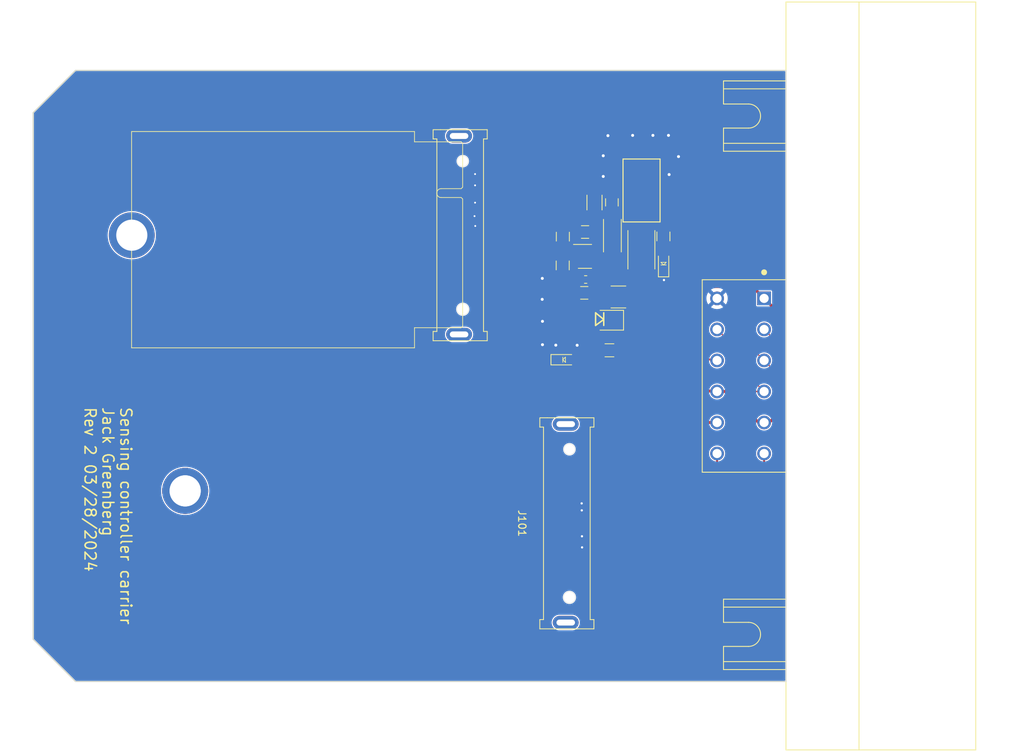
<source format=kicad_pcb>
(kicad_pcb (version 20221018) (generator pcbnew)
  (layers (0 "F.Cu" signal) (31 "B.Cu" signal) (34 "B.Paste" user) (35 "F.Paste" user) (36 "B.SilkS" user "B.Silkscreen") (37 "F.SilkS" user "F.Silkscreen") (38 "B.Mask" user) (39 "F.Mask" user) (44 "Edge.Cuts" user))
  (net 0 "")
  (net 1 "GND")
  (net 2 "Net-(D101-K)")
  (net 3 "Net-(U101-CB)")
  (net 4 "Net-(U101-SW)")
  (net 5 "Net-(COUT101-Pad1)")
  (net 6 "Net-(D102-A)")
  (net 7 "Net-(D103-A)")
  (net 9 "+5V")
  (net 10 "+BATT")
  (net 11 "/WS_B_L_SIG")
  (net 12 "/WS_B_R_SIG")
  (net 13 "/SUS_POT_B_L_SIG")
  (net 14 "/SUS_POT_B_R_SIG")
  (net 15 "/CAN_N")
  (net 16 "/CAN_P")
  (net 84 "/PUMP_SIGNAL")
  (net 91 "/FAN_POWER")
  (net 130 "Net-(U101-FB)")
  (footprint "footprints:Fuse_1210" (layer "F.Cu") (at 115.11246 92.1766)
    (fp_text reference "F101" hide)
    (fp_text value "F_500mA_16V" hide)
  )
  (footprint "footprints:R_2512_OEM" (layer "F.Cu") (at 118.2116 85.8012 90)
    (fp_text reference "R104" hide)
    (fp_text value "R_0_2512" hide)
  )
  (footprint "footprints:SOT-23-6_OEM" (layer "F.Cu") (at 110.59926 86.6951)
    (fp_text reference "U101" hide)
    (fp_text value "TPS560430YF" hide)
  )
  (footprint "footprints:R_0805_OEM" (layer "F.Cu") (at 121.1834 83.9978 -90)
    (fp_text reference "R105" hide)
    (fp_text value "R_200" hide)
  )
  (footprint "footprints:R_0805_OEM" (layer "F.Cu") (at 107.59694 87.91448 -90)
    (fp_text reference "R102" hide)
    (fp_text value "R_25K" hide)
  )
  (footprint "footprints:Fuse_1812" (layer "F.Cu") (at 118.23446 80.5434 90)
    (fp_text reference "COUT102" hide)
    (fp_text value "C_33uF" hide)
  )
  (footprint "footprints:C_0805_OEM" (layer "F.Cu") (at 114.23396 79.4004 90)
    (fp_text reference "COUT103" hide)
    (fp_text value "C_47uF" hide)
  )
  (footprint "footprints:DO-214AA" (layer "F.Cu") (at 112.63246 95.3167 180)
    (fp_text reference "D101" hide)
    (fp_text value "D_Zener_18V" hide)
  )
  (footprint "footprints:LED_0805_OEM" (layer "F.Cu") (at 121.2088 87.6554 90)
    (fp_text reference "D103" hide)
    (fp_text value "LED_0805" hide)
  )
  (footprint "footprints:C_1206_OEM" (layer "F.Cu") (at 111.88446 79.4244 90)
    (fp_text reference "COUT101" hide)
    (fp_text value "C_22uF" hide)
  )
  (footprint "footprints:LED_0805_OEM" (layer "F.Cu") (at 107.80646 100.6507)
    (fp_text reference "D102" hide)
    (fp_text value "LED_0805" hide)
  )
  (footprint "footprints:C_0805_OEM" (layer "F.Cu") (at 110.61446 83.4009)
    (fp_text reference "C103" hide)
    (fp_text value "C_0.1uF" hide)
  )
  (footprint "footprints:R_0805_OEM" (layer "F.Cu") (at 107.61218 84.02828 -90)
    (fp_text reference "R103" hide)
    (fp_text value "R_100K" hide)
  )
  (footprint "footprints:C_0805_OEM" (layer "F.Cu") (at 110.50346 91.62034 180)
    (fp_text reference "C101" hide)
    (fp_text value "C_0.1uF" hide)
  )
  (footprint "footprints:C_0603_1608Metric" (layer "F.Cu") (at 110.69396 89.8144 180)
    (fp_text reference "C102" hide)
    (fp_text value "C_2.2uF")
  )
  (footprint "footprints:L_100uH_OEM" (layer "F.Cu") (at 114.3 83.896 90)
    (fp_text reference "L101" hide)
    (fp_text value "L_100uH" hide)
  )
  (footprint "footprints:R_0805_OEM" (layer "F.Cu") (at 113.90246 99.3807 180)
    (fp_text reference "R101" hide)
    (fp_text value "R_1K" hide)
  )
  (footprint "footprints:TE_EEC-325X4B" (layer "F.Cu") (at 137.7266 102.8446 90)
    (fp_text reference "REF**" hide)
    (fp_text value "TE_EEC-325X4B")
    (fp_line (start -41.275 -95.885) (end -41.275 0) (stroke (width 0.12)) (layer "Edge.Cuts"))
    (fp_line (start -41.275 0) (end 41.275 0) (stroke (width 0.12)) (layer "Edge.Cuts"))
    (fp_line (start -35.56 -101.6) (end -41.275 -95.885) (stroke (width 0.12)) (layer "Edge.Cuts"))
    (fp_line (start 35.56 -101.6) (end -35.56 -101.6) (stroke (width 0.12)) (layer "Edge.Cuts"))
    (fp_line (start 41.275 -95.885) (end 35.56 -101.6) (stroke (width 0.12)) (layer "Edge.Cuts"))
    (fp_line (start 41.275 0) (end 41.275 -95.885) (stroke (width 0.12)) (layer "Edge.Cuts"))
  )
  (footprint "" (layer "F.Cu") (at 56.642 118.364)
    (fp_text reference "")
    (fp_text value "")
  )
  (footprint "footprints:TE_DTM13-12PA-R008" (layer "F.Cu") (at 132.8166 102.8446 90)
    (fp_text reference "J1" hide)
    (fp_text value "Conn_02x06_Counter_Clockwise")
  )
  (footprint "footprints:M.2_ScrewMount" (layer "F.Cu") (at 49.437798 83.832954)
    (fp_text reference "REF**" hide)
    (fp_text value "M.2_ScrewMount")
  )
  (footprint "footprints:Automotive_M.2" (layer "F.Cu") (at 94.108398 83.832954 -90)
    (fp_text reference "J2" hide)
    (fp_text value "Automotive_M.2")
    (fp_circle (center -10 0) (end -9.25 0) (stroke (width 0.05)) (fill none) (layer "Edge.Cuts"))
    (fp_circle (center 10 0) (end 10.8 0) (stroke (width 0.05)) (fill none) (layer "Edge.Cuts"))
  )
  (footprint "footprints:Automotive_M.2" (layer "F.Cu") (at 108.503199 122.746247 -90)
    (fp_text reference "J101")
    (fp_text value "Automotive_M.2")
    (fp_circle (center -10 0) (end -9.25 0) (stroke (width 0.05)) (fill none) (layer "Edge.Cuts"))
    (fp_circle (center 10 0) (end 10.8 0) (stroke (width 0.05)) (fill none) (layer "Edge.Cuts"))
  )
  (footprint "footprints:M.2_ScrewMount" (layer "F.Cu") (at 56.642 118.364)
    (fp_text reference "REF**" hide)
    (fp_text value "M.2_ScrewMount")
  )
  (gr_line (start 91.193366 77.54747) (end 93.893386 77.54747) (stroke (width 0.1)) (layer "F.SilkS"))
  (gr_line (start 93.893386 71.222362) (end 87.593424 71.222362) (stroke (width 0.1)) (layer "F.SilkS"))
  (gr_line (start 94.093284 71.422514) (end 94.093284 77.347318) (stroke (width 0.1)) (layer "F.SilkS"))
  (gr_line (start 93.893386 71.222362) (end 94.093284 71.422514) (stroke (width 0.1)) (layer "F.SilkS"))
  (gr_line (start 93.893386 96.322388) (end 87.593424 96.322388) (stroke (width 0.1)) (layer "F.SilkS"))
  (gr_line (start 87.593424 69.837554) (end 87.593424 71.222362) (stroke (width 0.1)) (layer "F.SilkS"))
  (gr_arc (start 91.193366 78.747417) (mid 90.593435 78.147454) (end 91.193366 77.547419) (stroke (width 0.1)) (layer "F.SilkS"))
  (gr_line (start 93.893386 77.54747) (end 94.093284 77.347318) (stroke (width 0.1)) (layer "F.SilkS"))
  (gr_line (start 93.893386 96.322388) (end 94.093284 96.12249) (stroke (width 0.1)) (layer "F.SilkS"))
  (gr_line (start 49.412398 69.837554) (end 87.593424 69.837554) (stroke (width 0.1)) (layer "F.SilkS"))
  (gr_line (start 91.193366 78.747366) (end 93.893386 78.747366) (stroke (width 0.1)) (layer "F.SilkS"))
  (gr_line (start 87.593424 99.047554) (end 49.412398 99.047554) (stroke (width 0.1)) (layer "F.SilkS"))
  (gr_line (start 93.893386 78.747366) (end 94.093284 78.947264) (stroke (width 0.1)) (layer "F.SilkS"))
  (gr_line (start 87.593424 96.322388) (end 87.593424 99.047554) (stroke (width 0.1)) (layer "F.SilkS"))
  (gr_line (start 49.412398 99.047554) (end 49.412398 69.837554) (stroke (width 0.1)) (layer "F.SilkS"))
  (gr_line (start 94.093284 78.947264) (end 94.093284 96.12249) (stroke (width 0.1)) (layer "F.SilkS"))
  (gr_text "Sensing controller carrier\nJack Greenberg\nRev 2 03/28/2024" (at 46.228 106.934 270) (layer "F.SilkS") (effects (font (size 1.5 1.5) (thickness 0.2032)) (justify left)))
  (segment (start 106.70646 98.72832) (end 106.66222 98.68408) (width 0.254) (layer "F.Cu") (net 1))
  (segment (start 121.2596 89.8906) (end 121.2596 88.8062) (width 0.254) (layer "F.Cu") (net 1))
  (segment (start 95.692074 81.257201) (end 95.866321 81.082954) (width 0.254) (layer "F.Cu") (net 1))
  (segment (start 106.70646 100.6507) (end 106.70646 98.72832) (width 0.254) (layer "F.Cu") (net 1))
  (segment (start 114.35896 78.4004) (end 117.49596 75.2634) (width 0.254) (layer "F.Cu") (net 1))
  (segment (start 110.60046 97.6389) (end 109.54258 98.69678) (width 0.254) (layer "F.Cu") (net 1))
  (segment (start 95.911598 79.582954) (end 97.108398 79.582954) (width 0.254) (layer "F.Cu") (net 1))
  (segment (start 104.8258 95.4278) (end 104.8639 95.4659) (width 0.381) (layer "F.Cu") (net 1))
  (segment (start 108.86904 88.86448) (end 109.69396 89.6894) (width 0.254) (layer "F.Cu") (net 1))
  (segment (start 97.108398 82.582954) (end 95.798198 82.582954) (width 0.254) (layer "F.Cu") (net 1))
  (segment (start 110.60046 96.1149) (end 110.60046 95.3167) (width 0.381) (layer "F.Cu") (net 1))
  (segment (start 95.772398 75.582954) (end 95.767398 75.577954) (width 0.254) (layer "F.Cu") (net 1))
  (segment (start 110.152273 120.054633) (end 110.210659 119.996247) (width 0.254) (layer "F.Cu") (net 1))
  (segment (start 110.167399 120.996247) (end 111.503199 120.996247) (width 0.254) (layer "F.Cu") (net 1))
  (segment (start 110.308661 88.320699) (end 110.308661 86.720501) (width 0.254) (layer "F.Cu") (net 1))
  (segment (start 97.108398 75.582954) (end 95.772398 75.582954) (width 0.254) (layer "F.Cu") (net 1))
  (segment (start 113.75796 77.9244) (end 114.23396 78.4004) (width 0.254) (layer "F.Cu") (net 1))
  (segment (start 97.108398 77.082954) (end 95.786398 77.082954) (width 0.254) (layer "F.Cu") (net 1))
  (segment (start 106.59872 98.62058) (end 106.66222 98.68408) (width 0.381) (layer "F.Cu") (net 1))
  (segment (start 95.786398 77.082954) (end 95.767398 77.101954) (width 0.254) (layer "F.Cu") (net 1))
  (segment (start 95.798198 82.582954) (end 95.792798 82.588354) (width 0.254) (layer "F.Cu") (net 1))
  (segment (start 95.866321 81.082954) (end 97.108398 81.082954) (width 0.254) (layer "F.Cu") (net 1))
  (segment (start 110.210078 125.996247) (end 111.503199 125.996247) (width 0.254) (layer "F.Cu") (net 1))
  (segment (start 109.69396 89.6894) (end 109.69396 89.8144) (width 0.254) (layer "F.Cu") (net 1))
  (segment (start 110.29696 96.6089) (end 110.29696 95.6202) (width 0.1524) (layer "F.Cu") (net 1))
  (segment (start 109.69396 89.8144) (end 109.69396 88.9354) (width 0.254) (layer "F.Cu") (net 1))
  (segment (start 114.23396 78.4004) (end 114.35896 78.4004) (width 0.254) (layer "F.Cu") (net 1))
  (segment (start 111.88446 77.9244) (end 113.75796 77.9244) (width 0.254) (layer "F.Cu") (net 1))
  (segment (start 109.69396 88.9354) (end 110.308661 88.320699) (width 0.254) (layer "F.Cu") (net 1))
  (segment (start 107.59694 88.86448) (end 105.6411 88.86448) (width 0.254) (layer "F.Cu") (net 1))
  (segment (start 109.99714 91.62034) (end 109.99714 90.11758) (width 0.254) (layer "F.Cu") (net 1))
  (segment (start 109.99714 90.11758) (end 109.69396 89.8144) (width 0.254) (layer "F.Cu") (net 1))
  (segment (start 107.59694 88.86448) (end 108.86904 88.86448) (width 0.254) (layer "F.Cu") (net 1))
  (segment (start 110.192799 124.496247) (end 111.503199 124.496247) (width 0.254) (layer "F.Cu") (net 1))
  (segment (start 121.8692 70.35292) (end 121.9708 70.25132) (width 0.25) (layer "F.Cu") (net 1))
  (segment (start 121.2596 88.8062) (end 121.2088 88.7554) (width 0.254) (layer "F.Cu") (net 1))
  (segment (start 117.49596 75.2634) (end 118.23446 75.2634) (width 0.254) (layer "F.Cu") (net 1))
  (segment (start 110.308661 86.720501) (end 110.28326 86.6951) (width 0.254) (layer "F.Cu") (net 1))
  (segment (start 110.28326 86.6951) (end 109.49926 86.6951) (width 0.254) (layer "F.Cu") (net 1))
  (segment (start 110.210659 119.996247) (end 111.503199 119.996247) (width 0.254) (layer "F.Cu") (net 1))
  (segment (start 110.29696 95.6202) (end 110.60046 95.3167) (width 0.1524) (layer "F.Cu") (net 1))
  (segment (start 95.767398 79.438754) (end 95.911598 79.582954) (width 0.254) (layer "F.Cu") (net 1))
  (segment (start 105.6411 88.86448) (end 104.8385 89.66708) (width 0.254) (layer "F.Cu") (net 1))
  (segment (start 110.60046 95.3167) (end 110.60046 97.6389) (width 0.254) (layer "F.Cu") (net 1))
  (segment (start 110.209956 125.996125) (end 110.210078 125.996247) (width 0.254) (layer "F.Cu") (net 1))
  (via (at 110.192799 124.496247) (size 0.6096) (drill 0.3048) (layers "F.Cu" "B.Cu") (net 1))
  (via (at 121.95546 75.6437) (size 0.8) (drill 0.4) (layers "F.Cu" "B.Cu") (net 1))
  (via (at 95.767398 77.101954) (size 0.6) (drill 0.25) (layers "F.Cu" "B.Cu") (net 1))
  (via (at 109.54258 98.69678) (size 0.8) (drill 0.4) (layers "F.Cu" "B.Cu") (net 1))
  (via (at 110.209956 125.996125) (size 0.6096) (drill 0.3048) (layers "F.Cu" "B.Cu") (net 1))
  (via (at 95.767398 75.577954) (size 0.6) (drill 0.25) (layers "F.Cu" "B.Cu") (net 1))
  (via (at 95.767398 79.438754) (size 0.6) (drill 0.25) (layers "F.Cu" "B.Cu") (net 1))
  (via (at 95.692074 81.257201) (size 0.6) (drill 0.25) (layers "F.Cu" "B.Cu") (net 1))
  (via (at 121.2596 89.8906) (size 0.6096) (drill 0.3048) (layers "F.Cu" "B.Cu") (net 1))
  (via (at 121.8692 70.35292) (size 0.8) (drill 0.4) (layers "F.Cu" "B.Cu") (net 1))
  (via (at 113.06546 75.8977) (size 0.8) (drill 0.4) (layers "F.Cu" "B.Cu") (net 1))
  (via (at 119.76862 70.35292) (size 0.8) (drill 0.4) (layers "F.Cu" "B.Cu") (net 1))
  (via (at 104.8639 95.4659) (size 0.8) (drill 0.4) (layers "F.Cu" "B.Cu") (net 1))
  (via (at 113.69802 70.38848) (size 0.8) (drill 0.4) (layers "F.Cu" "B.Cu") (net 1))
  (via (at 110.152273 120.054633) (size 0.6096) (drill 0.3048) (layers "F.Cu" "B.Cu") (net 1))
  (via (at 106.66222 98.68408) (size 0.8) (drill 0.4) (layers "F.Cu" "B.Cu") (net 1))
  (via (at 104.8258 92.49664) (size 0.8) (drill 0.4) (layers "F.Cu" "B.Cu") (net 1))
  (via (at 104.8639 98.62058) (size 0.8) (drill 0.4) (layers "F.Cu" "B.Cu") (net 1))
  (via (at 123.22302 73.21804) (size 0.8) (drill 0.4) (layers "F.Cu" "B.Cu") (net 1))
  (via (at 113.06546 73.1037) (size 0.8) (drill 0.4) (layers "F.Cu" "B.Cu") (net 1))
  (via (at 95.792798 82.588354) (size 0.6) (drill 0.25) (layers "F.Cu" "B.Cu") (net 1))
  (via (at 117.03304 70.35292) (size 0.8) (drill 0.4) (layers "F.Cu" "B.Cu") (net 1))
  (via (at 104.8385 89.66708) (size 0.8) (drill 0.4) (layers "F.Cu" "B.Cu") (net 1))
  (via (at 110.167399 120.996247) (size 0.6096) (drill 0.3048) (layers "F.Cu" "B.Cu") (net 1))
  (segment (start 110.152273 120.054633) (end 110.155257 120.054633) (width 0.254) (layer "B.Cu") (net 1))
  (segment (start 110.155257 120.054633) (end 110.156521 120.053369) (width 0.254) (layer "B.Cu") (net 1))
  (segment (start 109.52988 98.68408) (end 109.54258 98.69678) (width 0.381) (layer "B.Cu") (net 1))
  (segment (start 116.99748 70.38848) (end 117.03304 70.35292) (width 0.25) (layer "B.Cu") (net 1))
  (segment (start 121.8692 70.35292) (end 121.303515 70.35292) (width 0.25) (layer "B.Cu") (net 1))
  (segment (start 121.303515 70.35292) (end 121.300975 70.35038) (width 0.25) (layer "B.Cu") (net 1))
  (segment (start 106.66222 98.68408) (end 109.52988 98.68408) (width 0.381) (layer "B.Cu") (net 1))
  (segment (start 104.8639 96.031585) (end 104.8639 98.62058) (width 0.381) (layer "B.Cu") (net 1))
  (segment (start 104.8639 95.4659) (end 104.8639 96.031585) (width 0.381) (layer "B.Cu") (net 1))
  (segment (start 119.77116 70.35038) (end 119.76862 70.35292) (width 0.25) (layer "B.Cu") (net 1))
  (segment (start 104.8385 89.66708) (end 104.8385 92.48394) (width 0.381) (layer "B.Cu") (net 1))
  (segment (start 104.8385 92.48394) (end 104.8258 92.49664) (width 0.381) (layer "B.Cu") (net 1))
  (segment (start 111.69926 87.6451) (end 111.69926 86.6951) (width 0.381) (layer "F.Cu") (net 2))
  (segment (start 111.69396 89.8144) (end 111.69396 87.6504) (width 0.254) (layer "F.Cu") (net 2))
  (segment (start 114.41046 99.3807) (end 114.85246 99.3807) (width 0.254) (layer "F.Cu") (net 2))
  (segment (start 111.57214 92.19534) (end 111.57214 89.93622) (width 0.254) (layer "F.Cu") (net 2))
  (segment (start 114.66446 95.3167) (end 114.66446 95.1217) (width 0.381) (layer "F.Cu") (net 2))
  (segment (start 113.1062 91.62034) (end 113.66246 92.1766) (width 0.381) (layer "F.Cu") (net 2))
  (segment (start 112.63246 93.25566) (end 112.63246 97.6027) (width 0.254) (layer "F.Cu") (net 2))
  (segment (start 111.69396 87.6504) (end 111.69926 87.6451) (width 0.254) (layer "F.Cu") (net 2))
  (segment (start 114.66446 96.21018) (end 114.66446 95.3167) (width 0.381) (layer "F.Cu") (net 2))
  (segment (start 112.63246 93.25566) (end 111.57214 92.19534) (width 0.254) (layer "F.Cu") (net 2))
  (segment (start 112.63246 97.6027) (end 114.41046 99.3807) (width 0.254) (layer "F.Cu") (net 2))
  (segment (start 114.5286 96.58604) (end 114.66446 96.45018) (width 0.381) (layer "F.Cu") (net 2))
  (segment (start 114.66446 95.1217) (end 113.66246 94.1197) (width 0.381) (layer "F.Cu") (net 2))
  (segment (start 111.57214 89.93622) (end 111.69396 89.8144) (width 0.254) (layer "F.Cu") (net 2))
  (segment (start 113.66246 94.1197) (end 113.66246 92.1766) (width 0.381) (layer "F.Cu") (net 2))
  (segment (start 111.50346 91.62034) (end 113.1062 91.62034) (width 0.381) (layer "F.Cu") (net 2))
  (segment (start 114.4086 96.46604) (end 114.66446 96.21018) (width 0.381) (layer "F.Cu") (net 2))
  (segment (start 114.66446 96.45018) (end 114.66446 95.3167) (width 0.381) (layer "F.Cu") (net 2))
  (segment (start 109.49926 83.5161) (end 109.61446 83.4009) (width 0.254) (layer "F.Cu") (net 3))
  (segment (start 109.49926 85.7451) (end 109.49926 83.5161) (width 0.254) (layer "F.Cu") (net 3))
  (segment (start 114.3 85.496) (end 111.94836 85.496) (width 0.254) (layer "F.Cu") (net 4))
  (segment (start 111.69926 85.7451) (end 111.69926 83.4857) (width 0.254) (layer "F.Cu") (net 4))
  (segment (start 114.0509 85.7451) (end 114.3 85.496) (width 0.25) (layer "F.Cu") (net 4))
  (segment (start 111.94836 85.496) (end 111.69926 85.7451) (width 0.254) (layer "F.Cu") (net 4))
  (segment (start 111.69926 83.4857) (end 111.61446 83.4009) (width 0.254) (layer "F.Cu") (net 4))
  (segment (start 118.6549 83.1445) (end 121.0867 83.1445) (width 0.25) (layer "F.Cu") (net 5))
  (segment (start 111.88446 80.9244) (end 113.70996 80.9244) (width 0.254) (layer "F.Cu") (net 5))
  (segment (start 118.23446 82.67834) (end 118.23446 80.5434) (width 0.254) (layer "F.Cu") (net 5))
  (segment (start 109.16206 80.9244) (end 107.61218 82.47428) (width 0.254) (layer "F.Cu") (net 5))
  (segment (start 107.61218 82.47428) (end 107.61218 83.07828) (width 0.254) (layer "F.Cu") (net 5))
  (segment (start 118.23446 83.13942) (end 118.2116 83.11656) (width 0.25) (layer "F.Cu") (net 5))
  (segment (start 114.23396 80.4004) (end 118.09146 80.4004) (width 0.254) (layer "F.Cu") (net 5))
  (segment (start 114.3 80.46644) (end 114.23396 80.4004) (width 0.254) (layer "F.Cu") (net 5))
  (segment (start 118.2116 83.11656) (end 118.2116 82.7012) (width 0.25) (layer "F.Cu") (net 5))
  (segment (start 118.09222 80.40116) (end 118.23446 80.5434) (width 0.25) (layer "F.Cu") (net 5))
  (segment (start 118.2116 82.7012) (end 118.23446 82.67834) (width 0.254) (layer "F.Cu") (net 5))
  (segment (start 113.70996 80.9244) (end 114.23396 80.4004) (width 0.254) (layer "F.Cu") (net 5))
  (segment (start 111.88446 80.9244) (end 109.16206 80.9244) (width 0.254) (layer "F.Cu") (net 5))
  (segment (start 118.09146 80.4004) (end 118.23446 80.5434) (width 0.254) (layer "F.Cu") (net 5))
  (segment (start 121.0867 83.1445) (end 121.1834 83.0478) (width 0.25) (layer "F.Cu") (net 5))
  (segment (start 118.2116 82.7012) (end 118.6549 83.1445) (width 0.25) (layer "F.Cu") (net 5))
  (segment (start 107.61218 83.07828) (end 107.31218 83.07828) (width 0.25) (layer "F.Cu") (net 5))
  (segment (start 114.3 80.49006) (end 114.2111 80.40116) (width 0.25) (layer "F.Cu") (net 5))
  (segment (start 114.3 82.296) (end 114.3 80.46644) (width 0.254) (layer "F.Cu") (net 5))
  (segment (start 110.85446 100.6507) (end 108.90646 100.6507) (width 0.254) (layer "F.Cu") (net 6))
  (segment (start 112.95246 99.3807) (end 112.12446 99.3807) (width 0.254) (layer "F.Cu") (net 6))
  (segment (start 112.12446 99.3807) (end 110.85446 100.6507) (width 0.254) (layer "F.Cu") (net 6))
  (segment (start 121.1834 84.9478) (end 121.2088 84.9732) (width 0.254) (layer "F.Cu") (net 7))
  (segment (start 121.2088 84.9732) (end 121.2088 86.5554) (width 0.254) (layer "F.Cu") (net 7))
  (segment (start 115.1636 91.2368) (end 115.824 90.5764) (width 0.381) (layer "F.Cu") (net 9))
  (segment (start 124.0536 66.3956) (end 111.4044 66.3956) (width 0.381) (layer "F.Cu") (net 9))
  (segment (start 96.658398 73.582954) (end 95.550398 73.582954) (width 0.381) (layer "F.Cu") (net 9))
  (segment (start 113.169399 111.846247) (end 113.189999 111.825647) (width 0.381) (layer "F.Cu") (net 9))
  (segment (start 105.517046 72.282954) (end 96.658398 72.282954) (width 0.381) (layer "F.Cu") (net 9))
  (segment (start 122.047 90.5764) (end 126.2634 86.36) (width 0.381) (layer "F.Cu") (net 9))
  (segment (start 117.939799 107.075847) (end 113.824999 111.190647) (width 0.381) (layer "F.Cu") (net 9))
  (segment (start 118.2116 89.281) (end 118.2116 88.9012) (width 0.381) (layer "F.Cu") (net 9))
  (segment (start 95.586198 72.932954) (end 96.658398 72.932954) (width 0.381) (layer "F.Cu") (net 9))
  (segment (start 115.1636 93.16354) (end 115.1636 91.2368) (width 0.381) (layer "F.Cu") (net 9))
  (segment (start 90.287998 72.282954) (end 94.250398 72.282954) (width 0.381) (layer "F.Cu") (net 9))
  (segment (start 95.550398 73.582954) (end 94.250398 72.282954) (width 0.381) (layer "F.Cu") (net 9))
  (segment (start 126.2634 86.36) (end 126.2634 68.6054) (width 0.381) (layer "F.Cu") (net 9))
  (segment (start 128.4266 104.9396) (end 128.3636 104.8766) (width 0.381) (layer "F.Cu") (net 9))
  (segment (start 134.9248 94.0816) (end 116.08166 94.0816) (width 0.381) (layer "F.Cu") (net 9))
  (segment (start 135.4724 109.1296) (end 136.7282 107.8738) (width 0.381) (layer "F.Cu") (net 9))
  (segment (start 111.4044 66.3956) (end 105.517046 72.282954) (width 0.381) (layer "F.Cu") (net 9))
  (segment (start 112.519399 112.496247) (end 113.189999 111.825647) (width 0.381) (layer "F.Cu") (net 9))
  (segment (start 129.8316 104.9396) (end 134.0216 109.1296) (width 0.381) (layer "F.Cu") (net 9))
  (segment (start 111.053199 112.496247) (end 112.519399 112.496247) (width 0.381) (layer "F.Cu") (net 9))
  (segment (start 94.250398 72.282954) (end 96.658398 72.282954) (width 0.381) (layer "F.Cu") (net 9))
  (segment (start 94.936198 72.282954) (end 95.586198 72.932954) (width 0.381) (layer "F.Cu") (net 9))
  (segment (start 113.189999 111.825647) (end 113.824999 111.190647) (width 0.381) (layer "F.Cu") (net 9))
  (segment (start 116.9162 90.5764) (end 118.2116 89.281) (width 0.381) (layer "F.Cu") (net 9))
  (segment (start 96.658398 72.282954) (end 96.658398 73.582954) (width 0.381) (layer "F.Cu") (net 9))
  (segment (start 117.939799 107.075847) (end 117.942753 107.075847) (width 0.381) (layer "F.Cu") (net 9))
  (segment (start 116.08166 94.0816) (end 115.1636 93.16354) (width 0.381) (layer "F.Cu") (net 9))
  (segment (start 116.9162 90.5764) (end 122.047 90.5764) (width 0.381) (layer "F.Cu") (net 9))
  (segment (start 111.053199 111.196247) (end 113.819399 111.196247) (width 0.381) (layer "F.Cu") (net 9))
  (segment (start 115.824 90.5764) (end 116.9162 90.5764) (width 0.381) (layer "F.Cu") (net 9))
  (segment (start 136.7282 95.885) (end 134.9248 94.0816) (width 0.381) (layer "F.Cu") (net 9))
  (segment (start 111.053199 111.846247) (end 113.169399 111.846247) (width 0.381) (layer "F.Cu") (net 9))
  (segment (start 134.7766 109.1296) (end 135.4724 109.1296) (width 0.381) (layer "F.Cu") (net 9))
  (segment (start 117.942753 107.075847) (end 120.142 104.8766) (width 0.381) (layer "F.Cu") (net 9))
  (segment (start 113.819399 111.196247) (end 113.824999 111.190647) (width 0.381) (layer "F.Cu") (net 9))
  (segment (start 128.3636 104.8766) (end 120.142 104.8766) (width 0.381) (layer "F.Cu") (net 9))
  (segment (start 136.7282 107.8738) (end 136.7282 95.885) (width 0.381) (layer "F.Cu") (net 9))
  (segment (start 134.0216 109.1296) (end 134.7766 109.1296) (width 0.381) (layer "F.Cu") (net 9))
  (segment (start 126.2634 68.6054) (end 124.0536 66.3956) (width 0.381) (layer "F.Cu") (net 9))
  (segment (start 128.4266 104.9396) (end 129.8316 104.9396) (width 0.381) (layer "F.Cu") (net 9))
  (segment (start 126.1364 90.7796) (end 125.2093 91.7067) (width 0.381) (layer "F.Cu") (net 10))
  (segment (start 113.697999 133.475447) (end 114.307599 132.865847) (width 0.381) (layer "F.Cu") (net 10))
  (segment (start 137.2616 94.8546) (end 134.7766 92.3696) (width 0.381) (layer "F.Cu") (net 10))
  (segment (start 134.7766 92.3696) (end 133.1866 90.7796) (width 0.381) (layer "F.Cu") (net 10))
  (segment (start 117.03236 91.7067) (end 116.56246 92.1766) (width 0.381) (layer "F.Cu") (net 10))
  (segment (start 133.1866 90.7796) (end 126.1364 90.7796) (width 0.381) (layer "F.Cu") (net 10))
  (segment (start 114.307599 132.865847) (end 116.644399 130.529047) (width 0.381) (layer "F.Cu") (net 10))
  (segment (start 134.7978 111.506) (end 137.2616 109.0422) (width 0.381) (layer "F.Cu") (net 10))
  (segment (start 137.2616 109.0422) (end 137.2616 94.8546) (width 0.381) (layer "F.Cu") (net 10))
  (segment (start 111.503199 131.996247) (end 115.177199 131.996247) (width 0.254) (layer "F.Cu") (net 10))
  (segment (start 116.644399 130.529047) (end 116.644399 115.559447) (width 0.381) (layer "F.Cu") (net 10))
  (segment (start 116.644399 115.559447) (end 118.498599 113.705247) (width 0.381) (layer "F.Cu") (net 10))
  (segment (start 125.2093 91.7067) (end 117.03236 91.7067) (width 0.381) (layer "F.Cu") (net 10))
  (segment (start 118.260923 113.942923) (end 120.697846 111.506) (width 0.381) (layer "F.Cu") (net 10))
  (segment (start 111.053199 132.996247) (end 114.177199 132.996247) (width 0.381) (layer "F.Cu") (net 10))
  (segment (start 113.527199 133.646247) (end 113.697999 133.475447) (width 0.381) (layer "F.Cu") (net 10))
  (segment (start 120.697846 111.506) (end 134.7978 111.506) (width 0.381) (layer "F.Cu") (net 10))
  (segment (start 111.053199 133.646247) (end 113.527199 133.646247) (width 0.381) (layer "F.Cu") (net 10))
  (segment (start 111.503199 131.496247) (end 115.677199 131.496247) (width 0.254) (layer "F.Cu") (net 10))
  (segment (start 111.053199 134.296247) (end 112.877199 134.296247) (width 0.381) (layer "F.Cu") (net 10))
  (segment (start 112.877199 134.296247) (end 113.697999 133.475447) (width 0.381) (layer "F.Cu") (net 10))
  (segment (start 114.177199 132.996247) (end 114.307599 132.865847) (width 0.381) (layer "F.Cu") (net 10))
  (segment (start 97.108398 80.082954) (end 94.157998 80.082954) (width 0.254) (layer "F.Cu") (net 11))
  (segment (start 134.7724 113.3238) (end 134.7766 113.3196) (width 0.254) (layer "F.Cu") (net 11))
  (segment (start 94.157998 80.082954) (end 93.100398 81.140554) (width 0.254) (layer "F.Cu") (net 11))
  (segment (start 88.392 129.794) (end 97.79 139.192) (width 0.254) (layer "F.Cu") (net 11))
  (segment (start 120.8278 139.192) (end 134.7724 125.2474) (width 0.254) (layer "F.Cu") (net 11))
  (segment (start 88.392 96.52) (end 88.392 129.794) (width 0.254) (layer "F.Cu") (net 11))
  (segment (start 134.7724 125.2474) (end 134.7724 113.3238) (width 0.254) (layer "F.Cu") (net 11))
  (segment (start 93.100398 91.811602) (end 88.392 96.52) (width 0.254) (layer "F.Cu") (net 11))
  (segment (start 93.100398 81.140554) (end 93.100398 91.811602) (width 0.254) (layer "F.Cu") (net 11))
  (segment (start 97.79 139.192) (end 120.8278 139.192) (width 0.254) (layer "F.Cu") (net 11))
  (segment (start 98.552 138.176) (end 89.662 129.286) (width 0.254) (layer "F.Cu") (net 12))
  (segment (start 128.4266 129.3834) (end 119.634 138.176) (width 0.254) (layer "F.Cu") (net 12))
  (segment (start 94.488 91.694) (end 94.488 81.353152) (width 0.254) (layer "F.Cu") (net 12))
  (segment (start 119.634 138.176) (end 98.552 138.176) (width 0.254) (layer "F.Cu") (net 12))
  (segment (start 89.662 129.286) (end 89.662 96.52) (width 0.254) (layer "F.Cu") (net 12))
  (segment (start 94.488 81.353152) (end 95.258198 80.582954) (width 0.254) (layer "F.Cu") (net 12))
  (segment (start 89.662 96.52) (end 94.488 91.694) (width 0.254) (layer "F.Cu") (net 12))
  (segment (start 95.258198 80.582954) (end 97.108398 80.582954) (width 0.254) (layer "F.Cu") (net 12))
  (segment (start 128.4266 113.3196) (end 128.4266 129.3834) (width 0.254) (layer "F.Cu") (net 12))
  (segment (start 98.600954 81.582954) (end 100.076 83.058) (width 0.254) (layer "F.Cu") (net 13))
  (segment (start 117.058 100.62) (end 128.297 100.62) (width 0.254) (layer "F.Cu") (net 13))
  (segment (start 100.076 83.058) (end 100.076 99.06) (width 0.254) (layer "F.Cu") (net 13))
  (segment (start 100.076 99.06) (end 103.632 102.616) (width 0.254) (layer "F.Cu") (net 13))
  (segment (start 97.108398 81.582954) (end 98.600954 81.582954) (width 0.254) (layer "F.Cu") (net 13))
  (segment (start 103.632 102.616) (end 115.062 102.616) (width 0.254) (layer "F.Cu") (net 13))
  (segment (start 115.062 102.616) (end 117.058 100.62) (width 0.254) (layer "F.Cu") (net 13))
  (segment (start 98.338954 82.082954) (end 97.108398 82.082954) (width 0.1524) (layer "F.Cu") (net 14))
  (segment (start 99.314 83.058) (end 98.338954 82.082954) (width 0.1524) (layer "F.Cu") (net 14))
  (segment (start 103.4796 102.9716) (end 99.314 98.806) (width 0.1524) (layer "F.Cu") (net 14))
  (segment (start 129.9464 101.2698) (end 129.1082 102.108) (width 0.1524) (layer "F.Cu") (net 14))
  (segment (start 115.3414 102.9716) (end 103.4796 102.9716) (width 0.1524) (layer "F.Cu") (net 14))
  (segment (start 116.205 102.108) (end 115.3414 102.9716) (width 0.1524) (layer "F.Cu") (net 14))
  (segment (start 129.1082 102.108) (end 116.205 102.108) (width 0.1524) (layer "F.Cu") (net 14))
  (segment (start 128.4266 96.5596) (end 129.9464 98.0794) (width 0.1524) (layer "F.Cu") (net 14))
  (segment (start 129.9464 98.0794) (end 129.9464 101.2698) (width 0.1524) (layer "F.Cu") (net 14))
  (segment (start 99.314 98.806) (end 99.314 83.058) (width 0.1524) (layer "F.Cu") (net 14))
  (segment (start 134.7766 104.9396) (end 133.2484 103.4114) (width 0.1524) (layer "F.Cu") (net 15))
  (segment (start 99.266446 76.582954) (end 97.108398 76.582954) (width 0.1524) (layer "F.Cu") (net 15))
  (segment (start 105.918 133.858) (end 108.458 131.318) (width 0.1524) (layer "F.Cu") (net 15))
  (segment (start 101.854 133.858) (end 105.918 133.858) (width 0.1524) (layer "F.Cu") (net 15))
  (segment (start 100.33 132.334) (end 101.854 133.858) (width 0.1524) (layer "F.Cu") (net 15))
  (segment (start 134.7766 104.9396) (end 133.437652 104.9396) (width 0.1524) (layer "F.Cu") (net 15))
  (segment (start 131.012452 102.5144) (end 116.229652 102.5144) (width 0.1524) (layer "F.Cu") (net 15))
  (segment (start 100.33 109.982) (end 100.33 132.334) (width 0.1524) (layer "F.Cu") (net 15))
  (segment (start 100.838 78.154508) (end 99.266446 76.582954) (width 0.1524) (layer "F.Cu") (net 15))
  (segment (start 133.2484 98.373452) (end 129.921748 95.0468) (width 0.1524) (layer "F.Cu") (net 15))
  (segment (start 114.642526 102.235) (end 103.835948 102.235) (width 0.1524) (layer "F.Cu") (net 15))
  (segment (start 103.835948 102.235) (end 100.838 99.237052) (width 0.1524) (layer "F.Cu") (net 15))
  (segment (start 133.437652 104.9396) (end 131.012452 102.5144) (width 0.1524) (layer "F.Cu") (net 15))
  (segment (start 108.458 126.746) (end 109.741275 125.462725) (width 0.1524) (layer "F.Cu") (net 15))
  (segment (start 107.0356 103.2764) (end 100.33 109.982) (width 0.1524) (layer "F.Cu") (net 15))
  (segment (start 108.458 131.318) (end 108.458 126.746) (width 0.1524) (layer "F.Cu") (net 15))
  (segment (start 121.830726 95.0468) (end 114.642526 102.235) (width 0.1524) (layer "F.Cu") (net 15))
  (segment (start 129.921748 95.0468) (end 121.830726 95.0468) (width 0.1524) (layer "F.Cu") (net 15))
  (segment (start 115.467652 103.2764) (end 107.0356 103.2764) (width 0.1524) (layer "F.Cu") (net 15))
  (segment (start 116.229652 102.5144) (end 115.467652 103.2764) (width 0.1524) (layer "F.Cu") (net 15))
  (segment (start 100.838 99.237052) (end 100.838 78.154508) (width 0.1524) (layer "F.Cu") (net 15))
  (segment (start 133.2484 103.4114) (end 133.2484 98.373452) (width 0.1524) (layer "F.Cu") (net 15))
  (segment (start 109.741275 125.462725) (end 111.469677 125.462725) (width 0.1524) (layer "F.Cu") (net 15))
  (segment (start 111.469677 125.462725) (end 111.503199 125.496247) (width 0.1524) (layer "F.Cu") (net 15))
  (segment (start 109.412353 125.029647) (end 107.95 126.492) (width 0.1524) (layer "F.Cu") (net 16))
  (segment (start 103.9622 101.9302) (end 101.1428 99.1108) (width 0.1524) (layer "F.Cu") (net 16))
  (segment (start 100.838 132.08) (end 100.838 110.236) (width 0.1524) (layer "F.Cu") (net 16))
  (segment (start 111.469799 125.029647) (end 109.412353 125.029647) (width 0.1524) (layer "F.Cu") (net 16))
  (segment (start 111.503199 124.996247) (end 111.469799 125.029647) (width 0.1524) (layer "F.Cu") (net 16))
  (segment (start 99.200498 76.085954) (end 97.111398 76.085954) (width 0.1524) (layer "F.Cu") (net 16))
  (segment (start 105.664 133.35) (end 102.108 133.35) (width 0.1524) (layer "F.Cu") (net 16))
  (segment (start 133.5532 99.5262) (end 133.5532 98.2472) (width 0.1524) (layer "F.Cu") (net 16))
  (segment (start 129.9972 102.8192) (end 133.4262 106.2482) (width 0.1524) (layer "F.Cu") (net 16))
  (segment (start 133.5532 98.2472) (end 130.048 94.742) (width 0.1524) (layer "F.Cu") (net 16))
  (segment (start 136.0043 101.9773) (end 134.7766 100.7496) (width 0.1524) (layer "F.Cu") (net 16))
  (segment (start 135.3566 106.2482) (end 136.0043 105.6005) (width 0.1524) (layer "F.Cu") (net 16))
  (segment (start 121.412 94.742) (end 114.2238 101.9302) (width 0.1524) (layer "F.Cu") (net 16))
  (segment (start 107.95 126.492) (end 107.95 131.064) (width 0.1524) (layer "F.Cu") (net 16))
  (segment (start 107.4928 103.5812) (end 115.593904 103.5812) (width 0.1524) (layer "F.Cu") (net 16))
  (segment (start 114.2238 101.9302) (end 103.9622 101.9302) (width 0.1524) (layer "F.Cu") (net 16))
  (segment (start 133.4262 106.2482) (end 135.3566 106.2482) (width 0.1524) (layer "F.Cu") (net 16))
  (segment (start 130.048 94.742) (end 121.412 94.742) (width 0.1524) (layer "F.Cu") (net 16))
  (segment (start 100.838 110.236) (end 107.4928 103.5812) (width 0.1524) (layer "F.Cu") (net 16))
  (segment (start 102.108 133.35) (end 100.838 132.08) (width 0.1524) (layer "F.Cu") (net 16))
  (segment (start 107.95 131.064) (end 105.664 133.35) (width 0.1524) (layer "F.Cu") (net 16))
  (segment (start 134.7766 100.7496) (end 133.5532 99.5262) (width 0.1524) (layer "F.Cu") (net 16))
  (segment (start 115.593904 103.5812) (end 116.355904 102.8192) (width 0.1524) (layer "F.Cu") (net 16))
  (segment (start 136.0043 105.6005) (end 136.0043 101.9773) (width 0.1524) (layer "F.Cu") (net 16))
  (segment (start 97.111398 76.085954) (end 97.108398 76.082954) (width 0.1524) (layer "F.Cu") (net 16))
  (segment (start 101.1428 99.1108) (end 101.1428 78.028256) (width 0.1524) (layer "F.Cu") (net 16))
  (segment (start 116.355904 102.8192) (end 129.9972 102.8192) (width 0.1524) (layer "F.Cu") (net 16))
  (segment (start 101.1428 78.028256) (end 99.200498 76.085954) (width 0.1524) (layer "F.Cu") (net 16))
  (segment (start 136.3091 98.0921) (end 136.3091 105.726752) (width 0.1524) (layer "F.Cu") (net 84))
  (segment (start 135.3982 106.637652) (end 133.053652 106.637652) (width 0.1524) (layer "F.Cu") (net 84))
  (segment (start 113.183753 120.496247) (end 111.503199 120.496247) (width 0.1524) (layer "F.Cu") (net 84))
  (segment (start 133.053652 106.637652) (end 129.794 103.378) (width 0.1524) (layer "F.Cu") (net 84))
  (segment (start 114.046 119.634) (end 113.183753 120.496247) (width 0.1524) (layer "F.Cu") (net 84))
  (segment (start 109.474 110.943623) (end 109.474 116.078) (width 0.1524) (layer "F.Cu") (net 84))
  (segment (start 136.3091 105.726752) (end 135.3982 106.637652) (width 0.1524) (layer "F.Cu") (net 84))
  (segment (start 110.744 117.348) (end 113.03 117.348) (width 0.1524) (layer "F.Cu") (net 84))
  (segment (start 113.03 117.348) (end 114.046 118.364) (width 0.1524) (layer "F.Cu") (net 84))
  (segment (start 134.7766 96.5596) (end 136.3091 98.0921) (width 0.1524) (layer "F.Cu") (net 84))
  (segment (start 129.794 103.378) (end 117.039623 103.378) (width 0.1524) (layer "F.Cu") (net 84))
  (segment (start 117.039623 103.378) (end 109.474 110.943623) (width 0.1524) (layer "F.Cu") (net 84))
  (segment (start 114.046 118.364) (end 114.046 119.634) (width 0.1524) (layer "F.Cu") (net 84))
  (segment (start 109.474 116.078) (end 110.744 117.348) (width 0.1524) (layer "F.Cu") (net 84))
  (segment (start 115.272799 114.543447) (end 118.487399 111.328847) (width 0.381) (layer "F.Cu") (net 91))
  (segment (start 113.620199 130.496247) (end 114.015499 130.100947) (width 0.254) (layer "F.Cu") (net 91))
  (segment (start 114.120199 129.996247) (end 114.620199 129.496247) (width 0.254) (layer "F.Cu") (net 91))
  (segment (start 113.120199 130.996247) (end 114.015499 130.100947) (width 0.381) (layer "F.Cu") (net 91))
  (segment (start 111.503199 129.496247) (end 114.620199 129.496247) (width 0.254) (layer "F.Cu") (net 91))
  (segment (start 114.620199 129.496247) (end 114.967999 129.148447) (width 0.254) (layer "F.Cu") (net 91))
  (segment (start 111.503199 128.996247) (end 115.120199 128.996247) (width 0.254) (layer "F.Cu") (net 91))
  (segment (start 118.083123 111.733123) (end 120.686646 109.1296) (width 0.381) (layer "F.Cu") (net 91))
  (segment (start 111.503199 129.996247) (end 114.120199 129.996247) (width 0.254) (layer "F.Cu") (net 91))
  (segment (start 111.503199 130.496247) (end 113.620199 130.496247) (width 0.254) (layer "F.Cu") (net 91))
  (segment (start 114.015499 130.100947) (end 114.967999 129.148447) (width 0.381) (layer "F.Cu") (net 91))
  (segment (start 114.967999 129.148447) (end 115.272799 128.843647) (width 0.381) (layer "F.Cu") (net 91))
  (segment (start 115.272799 128.843647) (end 115.272799 114.543447) (width 0.381) (layer "F.Cu") (net 91))
  (segment (start 111.503199 130.996247) (end 113.120199 130.996247) (width 0.381) (layer "F.Cu") (net 91))
  (segment (start 120.686646 109.1296) (end 128.4266 109.1296) (width 0.381) (layer "F.Cu") (net 91))
  (segment (start 107.59694 86.96448) (end 108.27756 87.6451) (width 0.254) (layer "F.Cu") (net 130))
  (segment (start 108.27756 87.6451) (end 109.49926 87.6451) (width 0.254) (layer "F.Cu") (net 130))
  (segment (start 107.59694 84.99352) (end 107.61218 84.97828) (width 0.254) (layer "F.Cu") (net 130))
  (segment (start 107.59694 86.96448) (end 107.59694 84.99352) (width 0.254) (layer "F.Cu") (net 130))
  (zone (net 4) (net_name "Net-(U101-SW)") (layer "F.Cu") (connect_pads yes (clearance 0.1524)) (min_thickness 0.254) (fill yes (thermal_gap 0.508) (thermal_bridge_width 0.508))
    (polygon (pts (xy 115.33346 86.1727) (xy 111.13346 86.1727) (xy 111.10846 86.1727) (xy 111.10846 82.4227) (xy 112.33346 82.4227) (xy 112.58346 82.6727) (xy 112.58346 84.2227) (xy 112.90846 84.5477) (xy 115.23346 84.5477) (xy 115.43346 84.7477) (xy 115.43346 86.0977)))
  )
  (zone (net 3) (net_name "Net-(U101-CB)") (layer "F.Cu") (connect_pads yes (clearance 0.1524)) (min_thickness 0.1524) (fill yes (thermal_gap 0.508) (thermal_bridge_width 0.508))
    (polygon (pts (xy 108.90846 86.1227) (xy 108.90846 82.4227) (xy 109.08346 82.2477) (xy 110.18346 82.2477) (xy 110.38346 82.4477) (xy 110.38346 85.9727) (xy 110.23346 86.1227)))
  )
  (zone (net 1) (net_name "GND") (layer "F.Cu") (connect_pads yes (clearance 0.1524)) (min_thickness 0.1524) (fill yes (thermal_gap 0.508) (thermal_bridge_width 0.508))
    (polygon (pts (xy 110.35846 88.0227) (xy 110.35846 87.0227) (xy 110.55846 86.8227) (xy 110.68346 86.9477) (xy 110.73346 86.9977) (xy 110.73346 88.0227)))
  )
  (zone (net 1) (net_name "GND") (layer "F.Cu") (connect_pads yes (clearance 0.1524)) (min_thickness 0.1524) (fill yes (thermal_gap 0.508) (thermal_bridge_width 0.508))
    (polygon (pts (xy 110.43346 87.9977) (xy 110.43346 87.0727) (xy 110.63346 87.0727) (xy 110.73346 86.9727) (xy 110.73346 87.8977) (xy 110.60846 88.0227) (xy 110.43346 88.0227)))
  )
  (zone (net 1) (net_name "GND") (layer "F.Cu") (connect_pads yes (clearance 0.1524)) (min_thickness 0.1524) (fill yes (thermal_gap 0.508) (thermal_bridge_width 0.508))
    (polygon (pts (xy 110.05846 87.0727) (xy 110.08346 87.0727) (xy 108.90846 87.0727) (xy 108.90846 86.3227) (xy 110.05846 86.3227) (xy 110.53346 86.3227) (xy 110.73346 86.5227) (xy 110.73346 93.3977) (xy 112.33346 94.9977) (xy 112.33346 98.3977) (xy 111.05846 99.6727) (xy 104.10846 99.6727) (xy 103.35846 98.9227) (xy 103.35846 89.3227) (xy 104.43346 88.2477) (xy 110.18346 88.2477) (xy 110.65846 87.7727) (xy 110.65846 87.0977) (xy 110.65846 87.0727) (xy 110.13346 87.0727)))
  )
  (zone (net 1) (net_name "GND") (layer "F.Cu") (connect_pads yes (clearance 0.1524)) (min_thickness 0.1524) (fill yes (thermal_gap 0.508) (thermal_bridge_width 0.508))
    (polygon (pts (xy 111.03346 78.4727) (xy 111.03346 69.5477) (xy 113.08346 67.4977) (xy 122.93346 67.4977) (xy 124.80846 69.3727) (xy 124.80846 75.6977) (xy 123.23346 77.2727) (xy 117.23346 77.2727) (xy 115.08346 79.4227) (xy 111.08346 79.4227) (xy 111.03346 79.4227) (xy 111.03346 78.4477)))
  )
  (zone (net 5) (net_name "Net-(COUT101-Pad1)") (layer "F.Cu") (connect_pads yes (clearance 0.1524)) (min_thickness 0.1524) (fill yes (thermal_gap 0.508) (thermal_bridge_width 0.508))
    (polygon (pts (xy 120.05846 81.4727) (xy 120.05846 85.0477) (xy 119.28346 85.8227) (xy 116.63346 85.8227) (xy 115.95846 85.1477) (xy 115.95846 84.3477) (xy 115.55846 83.9477) (xy 113.18346 83.9477) (xy 112.83346 83.5977) (xy 112.83346 82.1977) (xy 112.58346 81.9477) (xy 108.83346 81.9477) (xy 108.63346 82.1477) (xy 108.63346 83.6727) (xy 108.20846 84.0977) (xy 106.68346 84.0977) (xy 106.23346 83.6477) (xy 106.23346 80.2727) (xy 106.75846 79.7477) (xy 115.53346 79.7477) (xy 116.28346 78.9977) (xy 120.00846 78.9977) (xy 120.00846 81.3977)))
  )
  (zone locked (net 1) (net_name "GND") (layer "B.Cu") (connect_pads (clearance 0.1524)) (min_thickness 0.1524) (fill yes (thermal_gap 0.508) (thermal_bridge_width 0.508))
    (polygon (pts (xy 31.650006 59.084895) (xy 32.120801 147.999897) (xy 142.062161 147.672237) (xy 141.713286 59.277935) (xy 31.655086 59.095055)))
  )
)
</source>
